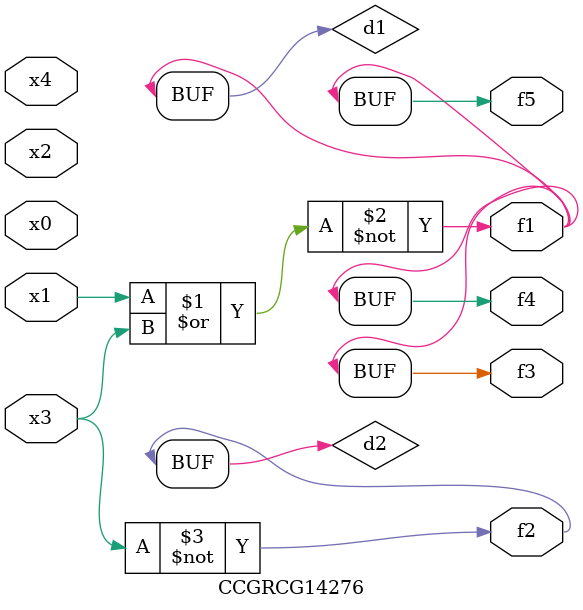
<source format=v>
module CCGRCG14276(
	input x0, x1, x2, x3, x4,
	output f1, f2, f3, f4, f5
);

	wire d1, d2;

	nor (d1, x1, x3);
	not (d2, x3);
	assign f1 = d1;
	assign f2 = d2;
	assign f3 = d1;
	assign f4 = d1;
	assign f5 = d1;
endmodule

</source>
